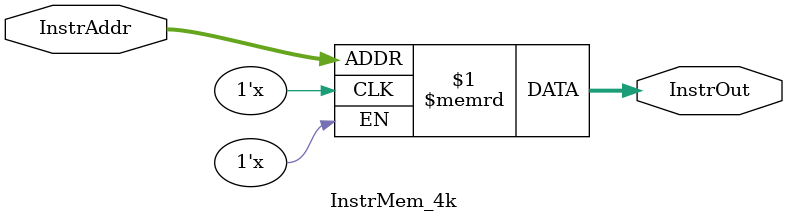
<source format=v>
module InstrMem_4k( InstrAddr, InstrOut );
    
    input [11:2] InstrAddr;
    output [31:0] InstrOut;
    
    (* ram_style="block" *) reg [31:0] imem[1023:0];
    
    assign InstrOut = imem[InstrAddr];
    
endmodule    
</source>
